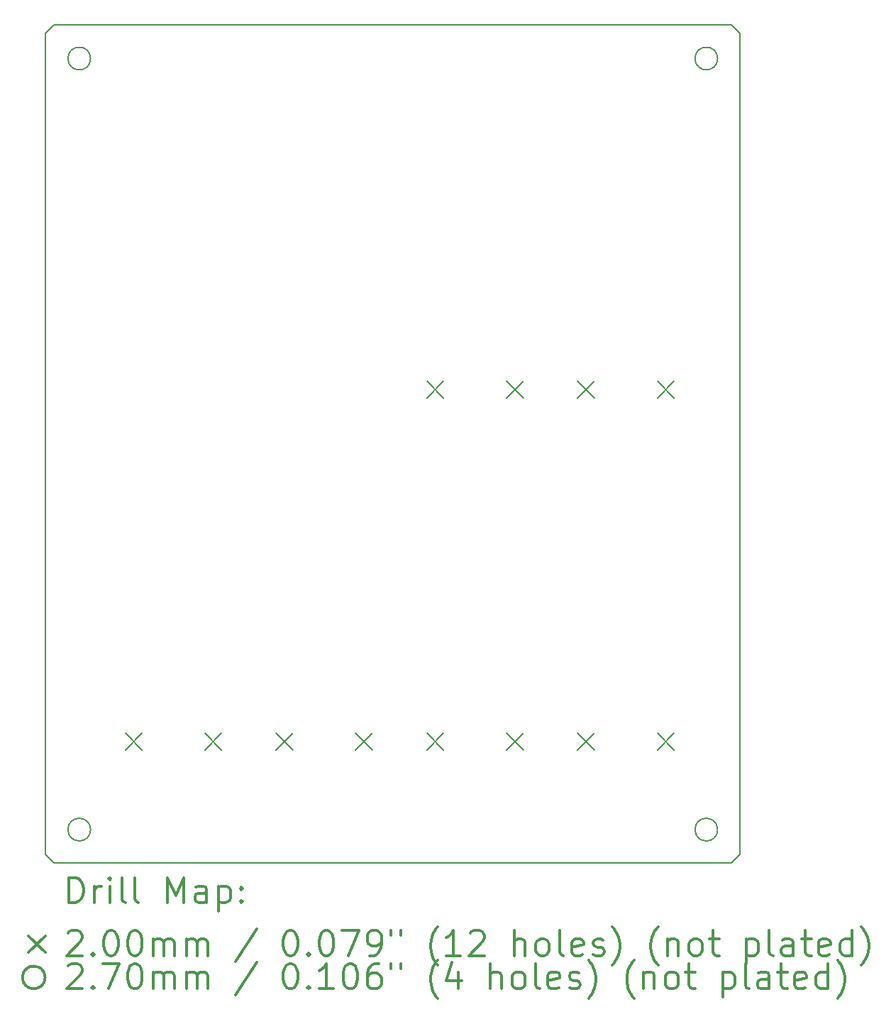
<source format=gbr>
%FSLAX45Y45*%
G04 Gerber Fmt 4.5, Leading zero omitted, Abs format (unit mm)*
G04 Created by KiCad (PCBNEW (5.1.6)-1) date 2020-12-01 12:35:32*
%MOMM*%
%LPD*%
G01*
G04 APERTURE LIST*
%TA.AperFunction,Profile*%
%ADD10C,0.150000*%
%TD*%
%ADD11C,0.200000*%
%ADD12C,0.300000*%
G04 APERTURE END LIST*
D10*
X10884000Y-2400000D02*
X10984000Y-2500000D01*
X10984000Y-12300000D02*
X10884000Y-12400000D01*
X2700000Y-12300000D02*
X2800000Y-12400000D01*
X2800000Y-2400000D02*
X2700000Y-2500000D01*
X2800000Y-2400000D02*
X10884000Y-2400000D01*
X10984000Y-2500000D02*
X10984000Y-12300000D01*
X2800000Y-12400000D02*
X10884000Y-12400000D01*
X2700000Y-2500000D02*
X2700000Y-12300000D01*
D11*
X7249600Y-10850000D02*
X7449600Y-11050000D01*
X7449600Y-10850000D02*
X7249600Y-11050000D01*
X8199600Y-10850000D02*
X8399600Y-11050000D01*
X8399600Y-10850000D02*
X8199600Y-11050000D01*
X9049600Y-6650000D02*
X9249600Y-6850000D01*
X9249600Y-6650000D02*
X9049600Y-6850000D01*
X9999600Y-6650000D02*
X10199600Y-6850000D01*
X10199600Y-6650000D02*
X9999600Y-6850000D01*
X5449600Y-10850000D02*
X5649600Y-11050000D01*
X5649600Y-10850000D02*
X5449600Y-11050000D01*
X6399600Y-10850000D02*
X6599600Y-11050000D01*
X6599600Y-10850000D02*
X6399600Y-11050000D01*
X7249600Y-6650000D02*
X7449600Y-6850000D01*
X7449600Y-6650000D02*
X7249600Y-6850000D01*
X8199600Y-6650000D02*
X8399600Y-6850000D01*
X8399600Y-6650000D02*
X8199600Y-6850000D01*
X3649600Y-10850000D02*
X3849600Y-11050000D01*
X3849600Y-10850000D02*
X3649600Y-11050000D01*
X4599600Y-10850000D02*
X4799600Y-11050000D01*
X4799600Y-10850000D02*
X4599600Y-11050000D01*
X9049600Y-10850000D02*
X9249600Y-11050000D01*
X9249600Y-10850000D02*
X9049600Y-11050000D01*
X9999600Y-10850000D02*
X10199600Y-11050000D01*
X10199600Y-10850000D02*
X9999600Y-11050000D01*
X3235000Y-2800000D02*
G75*
G03*
X3235000Y-2800000I-135000J0D01*
G01*
X10719000Y-2800000D02*
G75*
G03*
X10719000Y-2800000I-135000J0D01*
G01*
X10719000Y-12000000D02*
G75*
G03*
X10719000Y-12000000I-135000J0D01*
G01*
X3235000Y-12000000D02*
G75*
G03*
X3235000Y-12000000I-135000J0D01*
G01*
D12*
X2978928Y-12873214D02*
X2978928Y-12573214D01*
X3050357Y-12573214D01*
X3093214Y-12587500D01*
X3121786Y-12616071D01*
X3136071Y-12644643D01*
X3150357Y-12701786D01*
X3150357Y-12744643D01*
X3136071Y-12801786D01*
X3121786Y-12830357D01*
X3093214Y-12858929D01*
X3050357Y-12873214D01*
X2978928Y-12873214D01*
X3278928Y-12873214D02*
X3278928Y-12673214D01*
X3278928Y-12730357D02*
X3293214Y-12701786D01*
X3307500Y-12687500D01*
X3336071Y-12673214D01*
X3364643Y-12673214D01*
X3464643Y-12873214D02*
X3464643Y-12673214D01*
X3464643Y-12573214D02*
X3450357Y-12587500D01*
X3464643Y-12601786D01*
X3478928Y-12587500D01*
X3464643Y-12573214D01*
X3464643Y-12601786D01*
X3650357Y-12873214D02*
X3621786Y-12858929D01*
X3607500Y-12830357D01*
X3607500Y-12573214D01*
X3807500Y-12873214D02*
X3778928Y-12858929D01*
X3764643Y-12830357D01*
X3764643Y-12573214D01*
X4150357Y-12873214D02*
X4150357Y-12573214D01*
X4250357Y-12787500D01*
X4350357Y-12573214D01*
X4350357Y-12873214D01*
X4621786Y-12873214D02*
X4621786Y-12716071D01*
X4607500Y-12687500D01*
X4578928Y-12673214D01*
X4521786Y-12673214D01*
X4493214Y-12687500D01*
X4621786Y-12858929D02*
X4593214Y-12873214D01*
X4521786Y-12873214D01*
X4493214Y-12858929D01*
X4478928Y-12830357D01*
X4478928Y-12801786D01*
X4493214Y-12773214D01*
X4521786Y-12758929D01*
X4593214Y-12758929D01*
X4621786Y-12744643D01*
X4764643Y-12673214D02*
X4764643Y-12973214D01*
X4764643Y-12687500D02*
X4793214Y-12673214D01*
X4850357Y-12673214D01*
X4878928Y-12687500D01*
X4893214Y-12701786D01*
X4907500Y-12730357D01*
X4907500Y-12816071D01*
X4893214Y-12844643D01*
X4878928Y-12858929D01*
X4850357Y-12873214D01*
X4793214Y-12873214D01*
X4764643Y-12858929D01*
X5036071Y-12844643D02*
X5050357Y-12858929D01*
X5036071Y-12873214D01*
X5021786Y-12858929D01*
X5036071Y-12844643D01*
X5036071Y-12873214D01*
X5036071Y-12687500D02*
X5050357Y-12701786D01*
X5036071Y-12716071D01*
X5021786Y-12701786D01*
X5036071Y-12687500D01*
X5036071Y-12716071D01*
X2492500Y-13267500D02*
X2692500Y-13467500D01*
X2692500Y-13267500D02*
X2492500Y-13467500D01*
X2964643Y-13231786D02*
X2978928Y-13217500D01*
X3007500Y-13203214D01*
X3078928Y-13203214D01*
X3107500Y-13217500D01*
X3121786Y-13231786D01*
X3136071Y-13260357D01*
X3136071Y-13288929D01*
X3121786Y-13331786D01*
X2950357Y-13503214D01*
X3136071Y-13503214D01*
X3264643Y-13474643D02*
X3278928Y-13488929D01*
X3264643Y-13503214D01*
X3250357Y-13488929D01*
X3264643Y-13474643D01*
X3264643Y-13503214D01*
X3464643Y-13203214D02*
X3493214Y-13203214D01*
X3521786Y-13217500D01*
X3536071Y-13231786D01*
X3550357Y-13260357D01*
X3564643Y-13317500D01*
X3564643Y-13388929D01*
X3550357Y-13446071D01*
X3536071Y-13474643D01*
X3521786Y-13488929D01*
X3493214Y-13503214D01*
X3464643Y-13503214D01*
X3436071Y-13488929D01*
X3421786Y-13474643D01*
X3407500Y-13446071D01*
X3393214Y-13388929D01*
X3393214Y-13317500D01*
X3407500Y-13260357D01*
X3421786Y-13231786D01*
X3436071Y-13217500D01*
X3464643Y-13203214D01*
X3750357Y-13203214D02*
X3778928Y-13203214D01*
X3807500Y-13217500D01*
X3821786Y-13231786D01*
X3836071Y-13260357D01*
X3850357Y-13317500D01*
X3850357Y-13388929D01*
X3836071Y-13446071D01*
X3821786Y-13474643D01*
X3807500Y-13488929D01*
X3778928Y-13503214D01*
X3750357Y-13503214D01*
X3721786Y-13488929D01*
X3707500Y-13474643D01*
X3693214Y-13446071D01*
X3678928Y-13388929D01*
X3678928Y-13317500D01*
X3693214Y-13260357D01*
X3707500Y-13231786D01*
X3721786Y-13217500D01*
X3750357Y-13203214D01*
X3978928Y-13503214D02*
X3978928Y-13303214D01*
X3978928Y-13331786D02*
X3993214Y-13317500D01*
X4021786Y-13303214D01*
X4064643Y-13303214D01*
X4093214Y-13317500D01*
X4107500Y-13346071D01*
X4107500Y-13503214D01*
X4107500Y-13346071D02*
X4121786Y-13317500D01*
X4150357Y-13303214D01*
X4193214Y-13303214D01*
X4221786Y-13317500D01*
X4236071Y-13346071D01*
X4236071Y-13503214D01*
X4378928Y-13503214D02*
X4378928Y-13303214D01*
X4378928Y-13331786D02*
X4393214Y-13317500D01*
X4421786Y-13303214D01*
X4464643Y-13303214D01*
X4493214Y-13317500D01*
X4507500Y-13346071D01*
X4507500Y-13503214D01*
X4507500Y-13346071D02*
X4521786Y-13317500D01*
X4550357Y-13303214D01*
X4593214Y-13303214D01*
X4621786Y-13317500D01*
X4636071Y-13346071D01*
X4636071Y-13503214D01*
X5221786Y-13188929D02*
X4964643Y-13574643D01*
X5607500Y-13203214D02*
X5636071Y-13203214D01*
X5664643Y-13217500D01*
X5678928Y-13231786D01*
X5693214Y-13260357D01*
X5707500Y-13317500D01*
X5707500Y-13388929D01*
X5693214Y-13446071D01*
X5678928Y-13474643D01*
X5664643Y-13488929D01*
X5636071Y-13503214D01*
X5607500Y-13503214D01*
X5578928Y-13488929D01*
X5564643Y-13474643D01*
X5550357Y-13446071D01*
X5536071Y-13388929D01*
X5536071Y-13317500D01*
X5550357Y-13260357D01*
X5564643Y-13231786D01*
X5578928Y-13217500D01*
X5607500Y-13203214D01*
X5836071Y-13474643D02*
X5850357Y-13488929D01*
X5836071Y-13503214D01*
X5821786Y-13488929D01*
X5836071Y-13474643D01*
X5836071Y-13503214D01*
X6036071Y-13203214D02*
X6064643Y-13203214D01*
X6093214Y-13217500D01*
X6107500Y-13231786D01*
X6121786Y-13260357D01*
X6136071Y-13317500D01*
X6136071Y-13388929D01*
X6121786Y-13446071D01*
X6107500Y-13474643D01*
X6093214Y-13488929D01*
X6064643Y-13503214D01*
X6036071Y-13503214D01*
X6007500Y-13488929D01*
X5993214Y-13474643D01*
X5978928Y-13446071D01*
X5964643Y-13388929D01*
X5964643Y-13317500D01*
X5978928Y-13260357D01*
X5993214Y-13231786D01*
X6007500Y-13217500D01*
X6036071Y-13203214D01*
X6236071Y-13203214D02*
X6436071Y-13203214D01*
X6307500Y-13503214D01*
X6564643Y-13503214D02*
X6621786Y-13503214D01*
X6650357Y-13488929D01*
X6664643Y-13474643D01*
X6693214Y-13431786D01*
X6707500Y-13374643D01*
X6707500Y-13260357D01*
X6693214Y-13231786D01*
X6678928Y-13217500D01*
X6650357Y-13203214D01*
X6593214Y-13203214D01*
X6564643Y-13217500D01*
X6550357Y-13231786D01*
X6536071Y-13260357D01*
X6536071Y-13331786D01*
X6550357Y-13360357D01*
X6564643Y-13374643D01*
X6593214Y-13388929D01*
X6650357Y-13388929D01*
X6678928Y-13374643D01*
X6693214Y-13360357D01*
X6707500Y-13331786D01*
X6821786Y-13203214D02*
X6821786Y-13260357D01*
X6936071Y-13203214D02*
X6936071Y-13260357D01*
X7378928Y-13617500D02*
X7364643Y-13603214D01*
X7336071Y-13560357D01*
X7321786Y-13531786D01*
X7307500Y-13488929D01*
X7293214Y-13417500D01*
X7293214Y-13360357D01*
X7307500Y-13288929D01*
X7321786Y-13246071D01*
X7336071Y-13217500D01*
X7364643Y-13174643D01*
X7378928Y-13160357D01*
X7650357Y-13503214D02*
X7478928Y-13503214D01*
X7564643Y-13503214D02*
X7564643Y-13203214D01*
X7536071Y-13246071D01*
X7507500Y-13274643D01*
X7478928Y-13288929D01*
X7764643Y-13231786D02*
X7778928Y-13217500D01*
X7807500Y-13203214D01*
X7878928Y-13203214D01*
X7907500Y-13217500D01*
X7921786Y-13231786D01*
X7936071Y-13260357D01*
X7936071Y-13288929D01*
X7921786Y-13331786D01*
X7750357Y-13503214D01*
X7936071Y-13503214D01*
X8293214Y-13503214D02*
X8293214Y-13203214D01*
X8421786Y-13503214D02*
X8421786Y-13346071D01*
X8407500Y-13317500D01*
X8378928Y-13303214D01*
X8336071Y-13303214D01*
X8307500Y-13317500D01*
X8293214Y-13331786D01*
X8607500Y-13503214D02*
X8578928Y-13488929D01*
X8564643Y-13474643D01*
X8550357Y-13446071D01*
X8550357Y-13360357D01*
X8564643Y-13331786D01*
X8578928Y-13317500D01*
X8607500Y-13303214D01*
X8650357Y-13303214D01*
X8678928Y-13317500D01*
X8693214Y-13331786D01*
X8707500Y-13360357D01*
X8707500Y-13446071D01*
X8693214Y-13474643D01*
X8678928Y-13488929D01*
X8650357Y-13503214D01*
X8607500Y-13503214D01*
X8878928Y-13503214D02*
X8850357Y-13488929D01*
X8836071Y-13460357D01*
X8836071Y-13203214D01*
X9107500Y-13488929D02*
X9078928Y-13503214D01*
X9021786Y-13503214D01*
X8993214Y-13488929D01*
X8978928Y-13460357D01*
X8978928Y-13346071D01*
X8993214Y-13317500D01*
X9021786Y-13303214D01*
X9078928Y-13303214D01*
X9107500Y-13317500D01*
X9121786Y-13346071D01*
X9121786Y-13374643D01*
X8978928Y-13403214D01*
X9236071Y-13488929D02*
X9264643Y-13503214D01*
X9321786Y-13503214D01*
X9350357Y-13488929D01*
X9364643Y-13460357D01*
X9364643Y-13446071D01*
X9350357Y-13417500D01*
X9321786Y-13403214D01*
X9278928Y-13403214D01*
X9250357Y-13388929D01*
X9236071Y-13360357D01*
X9236071Y-13346071D01*
X9250357Y-13317500D01*
X9278928Y-13303214D01*
X9321786Y-13303214D01*
X9350357Y-13317500D01*
X9464643Y-13617500D02*
X9478928Y-13603214D01*
X9507500Y-13560357D01*
X9521786Y-13531786D01*
X9536071Y-13488929D01*
X9550357Y-13417500D01*
X9550357Y-13360357D01*
X9536071Y-13288929D01*
X9521786Y-13246071D01*
X9507500Y-13217500D01*
X9478928Y-13174643D01*
X9464643Y-13160357D01*
X10007500Y-13617500D02*
X9993214Y-13603214D01*
X9964643Y-13560357D01*
X9950357Y-13531786D01*
X9936071Y-13488929D01*
X9921786Y-13417500D01*
X9921786Y-13360357D01*
X9936071Y-13288929D01*
X9950357Y-13246071D01*
X9964643Y-13217500D01*
X9993214Y-13174643D01*
X10007500Y-13160357D01*
X10121786Y-13303214D02*
X10121786Y-13503214D01*
X10121786Y-13331786D02*
X10136071Y-13317500D01*
X10164643Y-13303214D01*
X10207500Y-13303214D01*
X10236071Y-13317500D01*
X10250357Y-13346071D01*
X10250357Y-13503214D01*
X10436071Y-13503214D02*
X10407500Y-13488929D01*
X10393214Y-13474643D01*
X10378928Y-13446071D01*
X10378928Y-13360357D01*
X10393214Y-13331786D01*
X10407500Y-13317500D01*
X10436071Y-13303214D01*
X10478928Y-13303214D01*
X10507500Y-13317500D01*
X10521786Y-13331786D01*
X10536071Y-13360357D01*
X10536071Y-13446071D01*
X10521786Y-13474643D01*
X10507500Y-13488929D01*
X10478928Y-13503214D01*
X10436071Y-13503214D01*
X10621786Y-13303214D02*
X10736071Y-13303214D01*
X10664643Y-13203214D02*
X10664643Y-13460357D01*
X10678928Y-13488929D01*
X10707500Y-13503214D01*
X10736071Y-13503214D01*
X11064643Y-13303214D02*
X11064643Y-13603214D01*
X11064643Y-13317500D02*
X11093214Y-13303214D01*
X11150357Y-13303214D01*
X11178928Y-13317500D01*
X11193214Y-13331786D01*
X11207500Y-13360357D01*
X11207500Y-13446071D01*
X11193214Y-13474643D01*
X11178928Y-13488929D01*
X11150357Y-13503214D01*
X11093214Y-13503214D01*
X11064643Y-13488929D01*
X11378928Y-13503214D02*
X11350357Y-13488929D01*
X11336071Y-13460357D01*
X11336071Y-13203214D01*
X11621786Y-13503214D02*
X11621786Y-13346071D01*
X11607500Y-13317500D01*
X11578928Y-13303214D01*
X11521786Y-13303214D01*
X11493214Y-13317500D01*
X11621786Y-13488929D02*
X11593214Y-13503214D01*
X11521786Y-13503214D01*
X11493214Y-13488929D01*
X11478928Y-13460357D01*
X11478928Y-13431786D01*
X11493214Y-13403214D01*
X11521786Y-13388929D01*
X11593214Y-13388929D01*
X11621786Y-13374643D01*
X11721786Y-13303214D02*
X11836071Y-13303214D01*
X11764643Y-13203214D02*
X11764643Y-13460357D01*
X11778928Y-13488929D01*
X11807500Y-13503214D01*
X11836071Y-13503214D01*
X12050357Y-13488929D02*
X12021786Y-13503214D01*
X11964643Y-13503214D01*
X11936071Y-13488929D01*
X11921786Y-13460357D01*
X11921786Y-13346071D01*
X11936071Y-13317500D01*
X11964643Y-13303214D01*
X12021786Y-13303214D01*
X12050357Y-13317500D01*
X12064643Y-13346071D01*
X12064643Y-13374643D01*
X11921786Y-13403214D01*
X12321786Y-13503214D02*
X12321786Y-13203214D01*
X12321786Y-13488929D02*
X12293214Y-13503214D01*
X12236071Y-13503214D01*
X12207500Y-13488929D01*
X12193214Y-13474643D01*
X12178928Y-13446071D01*
X12178928Y-13360357D01*
X12193214Y-13331786D01*
X12207500Y-13317500D01*
X12236071Y-13303214D01*
X12293214Y-13303214D01*
X12321786Y-13317500D01*
X12436071Y-13617500D02*
X12450357Y-13603214D01*
X12478928Y-13560357D01*
X12493214Y-13531786D01*
X12507500Y-13488929D01*
X12521786Y-13417500D01*
X12521786Y-13360357D01*
X12507500Y-13288929D01*
X12493214Y-13246071D01*
X12478928Y-13217500D01*
X12450357Y-13174643D01*
X12436071Y-13160357D01*
X2692500Y-13763500D02*
G75*
G03*
X2692500Y-13763500I-135000J0D01*
G01*
X2964643Y-13627786D02*
X2978928Y-13613500D01*
X3007500Y-13599214D01*
X3078928Y-13599214D01*
X3107500Y-13613500D01*
X3121786Y-13627786D01*
X3136071Y-13656357D01*
X3136071Y-13684929D01*
X3121786Y-13727786D01*
X2950357Y-13899214D01*
X3136071Y-13899214D01*
X3264643Y-13870643D02*
X3278928Y-13884929D01*
X3264643Y-13899214D01*
X3250357Y-13884929D01*
X3264643Y-13870643D01*
X3264643Y-13899214D01*
X3378928Y-13599214D02*
X3578928Y-13599214D01*
X3450357Y-13899214D01*
X3750357Y-13599214D02*
X3778928Y-13599214D01*
X3807500Y-13613500D01*
X3821786Y-13627786D01*
X3836071Y-13656357D01*
X3850357Y-13713500D01*
X3850357Y-13784929D01*
X3836071Y-13842071D01*
X3821786Y-13870643D01*
X3807500Y-13884929D01*
X3778928Y-13899214D01*
X3750357Y-13899214D01*
X3721786Y-13884929D01*
X3707500Y-13870643D01*
X3693214Y-13842071D01*
X3678928Y-13784929D01*
X3678928Y-13713500D01*
X3693214Y-13656357D01*
X3707500Y-13627786D01*
X3721786Y-13613500D01*
X3750357Y-13599214D01*
X3978928Y-13899214D02*
X3978928Y-13699214D01*
X3978928Y-13727786D02*
X3993214Y-13713500D01*
X4021786Y-13699214D01*
X4064643Y-13699214D01*
X4093214Y-13713500D01*
X4107500Y-13742071D01*
X4107500Y-13899214D01*
X4107500Y-13742071D02*
X4121786Y-13713500D01*
X4150357Y-13699214D01*
X4193214Y-13699214D01*
X4221786Y-13713500D01*
X4236071Y-13742071D01*
X4236071Y-13899214D01*
X4378928Y-13899214D02*
X4378928Y-13699214D01*
X4378928Y-13727786D02*
X4393214Y-13713500D01*
X4421786Y-13699214D01*
X4464643Y-13699214D01*
X4493214Y-13713500D01*
X4507500Y-13742071D01*
X4507500Y-13899214D01*
X4507500Y-13742071D02*
X4521786Y-13713500D01*
X4550357Y-13699214D01*
X4593214Y-13699214D01*
X4621786Y-13713500D01*
X4636071Y-13742071D01*
X4636071Y-13899214D01*
X5221786Y-13584929D02*
X4964643Y-13970643D01*
X5607500Y-13599214D02*
X5636071Y-13599214D01*
X5664643Y-13613500D01*
X5678928Y-13627786D01*
X5693214Y-13656357D01*
X5707500Y-13713500D01*
X5707500Y-13784929D01*
X5693214Y-13842071D01*
X5678928Y-13870643D01*
X5664643Y-13884929D01*
X5636071Y-13899214D01*
X5607500Y-13899214D01*
X5578928Y-13884929D01*
X5564643Y-13870643D01*
X5550357Y-13842071D01*
X5536071Y-13784929D01*
X5536071Y-13713500D01*
X5550357Y-13656357D01*
X5564643Y-13627786D01*
X5578928Y-13613500D01*
X5607500Y-13599214D01*
X5836071Y-13870643D02*
X5850357Y-13884929D01*
X5836071Y-13899214D01*
X5821786Y-13884929D01*
X5836071Y-13870643D01*
X5836071Y-13899214D01*
X6136071Y-13899214D02*
X5964643Y-13899214D01*
X6050357Y-13899214D02*
X6050357Y-13599214D01*
X6021786Y-13642071D01*
X5993214Y-13670643D01*
X5964643Y-13684929D01*
X6321786Y-13599214D02*
X6350357Y-13599214D01*
X6378928Y-13613500D01*
X6393214Y-13627786D01*
X6407500Y-13656357D01*
X6421786Y-13713500D01*
X6421786Y-13784929D01*
X6407500Y-13842071D01*
X6393214Y-13870643D01*
X6378928Y-13884929D01*
X6350357Y-13899214D01*
X6321786Y-13899214D01*
X6293214Y-13884929D01*
X6278928Y-13870643D01*
X6264643Y-13842071D01*
X6250357Y-13784929D01*
X6250357Y-13713500D01*
X6264643Y-13656357D01*
X6278928Y-13627786D01*
X6293214Y-13613500D01*
X6321786Y-13599214D01*
X6678928Y-13599214D02*
X6621786Y-13599214D01*
X6593214Y-13613500D01*
X6578928Y-13627786D01*
X6550357Y-13670643D01*
X6536071Y-13727786D01*
X6536071Y-13842071D01*
X6550357Y-13870643D01*
X6564643Y-13884929D01*
X6593214Y-13899214D01*
X6650357Y-13899214D01*
X6678928Y-13884929D01*
X6693214Y-13870643D01*
X6707500Y-13842071D01*
X6707500Y-13770643D01*
X6693214Y-13742071D01*
X6678928Y-13727786D01*
X6650357Y-13713500D01*
X6593214Y-13713500D01*
X6564643Y-13727786D01*
X6550357Y-13742071D01*
X6536071Y-13770643D01*
X6821786Y-13599214D02*
X6821786Y-13656357D01*
X6936071Y-13599214D02*
X6936071Y-13656357D01*
X7378928Y-14013500D02*
X7364643Y-13999214D01*
X7336071Y-13956357D01*
X7321786Y-13927786D01*
X7307500Y-13884929D01*
X7293214Y-13813500D01*
X7293214Y-13756357D01*
X7307500Y-13684929D01*
X7321786Y-13642071D01*
X7336071Y-13613500D01*
X7364643Y-13570643D01*
X7378928Y-13556357D01*
X7621786Y-13699214D02*
X7621786Y-13899214D01*
X7550357Y-13584929D02*
X7478928Y-13799214D01*
X7664643Y-13799214D01*
X8007500Y-13899214D02*
X8007500Y-13599214D01*
X8136071Y-13899214D02*
X8136071Y-13742071D01*
X8121786Y-13713500D01*
X8093214Y-13699214D01*
X8050357Y-13699214D01*
X8021786Y-13713500D01*
X8007500Y-13727786D01*
X8321786Y-13899214D02*
X8293214Y-13884929D01*
X8278928Y-13870643D01*
X8264643Y-13842071D01*
X8264643Y-13756357D01*
X8278928Y-13727786D01*
X8293214Y-13713500D01*
X8321786Y-13699214D01*
X8364643Y-13699214D01*
X8393214Y-13713500D01*
X8407500Y-13727786D01*
X8421786Y-13756357D01*
X8421786Y-13842071D01*
X8407500Y-13870643D01*
X8393214Y-13884929D01*
X8364643Y-13899214D01*
X8321786Y-13899214D01*
X8593214Y-13899214D02*
X8564643Y-13884929D01*
X8550357Y-13856357D01*
X8550357Y-13599214D01*
X8821786Y-13884929D02*
X8793214Y-13899214D01*
X8736071Y-13899214D01*
X8707500Y-13884929D01*
X8693214Y-13856357D01*
X8693214Y-13742071D01*
X8707500Y-13713500D01*
X8736071Y-13699214D01*
X8793214Y-13699214D01*
X8821786Y-13713500D01*
X8836071Y-13742071D01*
X8836071Y-13770643D01*
X8693214Y-13799214D01*
X8950357Y-13884929D02*
X8978928Y-13899214D01*
X9036071Y-13899214D01*
X9064643Y-13884929D01*
X9078928Y-13856357D01*
X9078928Y-13842071D01*
X9064643Y-13813500D01*
X9036071Y-13799214D01*
X8993214Y-13799214D01*
X8964643Y-13784929D01*
X8950357Y-13756357D01*
X8950357Y-13742071D01*
X8964643Y-13713500D01*
X8993214Y-13699214D01*
X9036071Y-13699214D01*
X9064643Y-13713500D01*
X9178928Y-14013500D02*
X9193214Y-13999214D01*
X9221786Y-13956357D01*
X9236071Y-13927786D01*
X9250357Y-13884929D01*
X9264643Y-13813500D01*
X9264643Y-13756357D01*
X9250357Y-13684929D01*
X9236071Y-13642071D01*
X9221786Y-13613500D01*
X9193214Y-13570643D01*
X9178928Y-13556357D01*
X9721786Y-14013500D02*
X9707500Y-13999214D01*
X9678928Y-13956357D01*
X9664643Y-13927786D01*
X9650357Y-13884929D01*
X9636071Y-13813500D01*
X9636071Y-13756357D01*
X9650357Y-13684929D01*
X9664643Y-13642071D01*
X9678928Y-13613500D01*
X9707500Y-13570643D01*
X9721786Y-13556357D01*
X9836071Y-13699214D02*
X9836071Y-13899214D01*
X9836071Y-13727786D02*
X9850357Y-13713500D01*
X9878928Y-13699214D01*
X9921786Y-13699214D01*
X9950357Y-13713500D01*
X9964643Y-13742071D01*
X9964643Y-13899214D01*
X10150357Y-13899214D02*
X10121786Y-13884929D01*
X10107500Y-13870643D01*
X10093214Y-13842071D01*
X10093214Y-13756357D01*
X10107500Y-13727786D01*
X10121786Y-13713500D01*
X10150357Y-13699214D01*
X10193214Y-13699214D01*
X10221786Y-13713500D01*
X10236071Y-13727786D01*
X10250357Y-13756357D01*
X10250357Y-13842071D01*
X10236071Y-13870643D01*
X10221786Y-13884929D01*
X10193214Y-13899214D01*
X10150357Y-13899214D01*
X10336071Y-13699214D02*
X10450357Y-13699214D01*
X10378928Y-13599214D02*
X10378928Y-13856357D01*
X10393214Y-13884929D01*
X10421786Y-13899214D01*
X10450357Y-13899214D01*
X10778928Y-13699214D02*
X10778928Y-13999214D01*
X10778928Y-13713500D02*
X10807500Y-13699214D01*
X10864643Y-13699214D01*
X10893214Y-13713500D01*
X10907500Y-13727786D01*
X10921786Y-13756357D01*
X10921786Y-13842071D01*
X10907500Y-13870643D01*
X10893214Y-13884929D01*
X10864643Y-13899214D01*
X10807500Y-13899214D01*
X10778928Y-13884929D01*
X11093214Y-13899214D02*
X11064643Y-13884929D01*
X11050357Y-13856357D01*
X11050357Y-13599214D01*
X11336071Y-13899214D02*
X11336071Y-13742071D01*
X11321786Y-13713500D01*
X11293214Y-13699214D01*
X11236071Y-13699214D01*
X11207500Y-13713500D01*
X11336071Y-13884929D02*
X11307500Y-13899214D01*
X11236071Y-13899214D01*
X11207500Y-13884929D01*
X11193214Y-13856357D01*
X11193214Y-13827786D01*
X11207500Y-13799214D01*
X11236071Y-13784929D01*
X11307500Y-13784929D01*
X11336071Y-13770643D01*
X11436071Y-13699214D02*
X11550357Y-13699214D01*
X11478928Y-13599214D02*
X11478928Y-13856357D01*
X11493214Y-13884929D01*
X11521786Y-13899214D01*
X11550357Y-13899214D01*
X11764643Y-13884929D02*
X11736071Y-13899214D01*
X11678928Y-13899214D01*
X11650357Y-13884929D01*
X11636071Y-13856357D01*
X11636071Y-13742071D01*
X11650357Y-13713500D01*
X11678928Y-13699214D01*
X11736071Y-13699214D01*
X11764643Y-13713500D01*
X11778928Y-13742071D01*
X11778928Y-13770643D01*
X11636071Y-13799214D01*
X12036071Y-13899214D02*
X12036071Y-13599214D01*
X12036071Y-13884929D02*
X12007500Y-13899214D01*
X11950357Y-13899214D01*
X11921786Y-13884929D01*
X11907500Y-13870643D01*
X11893214Y-13842071D01*
X11893214Y-13756357D01*
X11907500Y-13727786D01*
X11921786Y-13713500D01*
X11950357Y-13699214D01*
X12007500Y-13699214D01*
X12036071Y-13713500D01*
X12150357Y-14013500D02*
X12164643Y-13999214D01*
X12193214Y-13956357D01*
X12207500Y-13927786D01*
X12221786Y-13884929D01*
X12236071Y-13813500D01*
X12236071Y-13756357D01*
X12221786Y-13684929D01*
X12207500Y-13642071D01*
X12193214Y-13613500D01*
X12164643Y-13570643D01*
X12150357Y-13556357D01*
M02*

</source>
